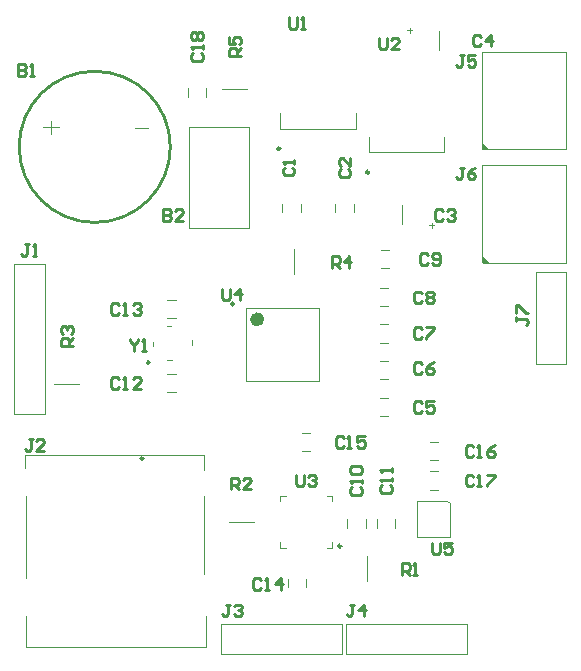
<source format=gto>
G04*
G04 #@! TF.GenerationSoftware,Altium Limited,Altium Designer,24.2.2 (26)*
G04*
G04 Layer_Color=65535*
%FSLAX44Y44*%
%MOMM*%
G71*
G04*
G04 #@! TF.SameCoordinates,98A400C0-08DE-4AD7-B425-4E8C3969B8A2*
G04*
G04*
G04 #@! TF.FilePolarity,Positive*
G04*
G01*
G75*
%ADD10C,0.2500*%
%ADD11C,0.6000*%
%ADD12C,0.2540*%
%ADD13C,0.1000*%
G36*
X784680Y899668D02*
X790407Y893940D01*
X785060D01*
X783725Y895275D01*
Y899070D01*
X784680Y899668D01*
D02*
G37*
G36*
Y995667D02*
X790407Y989940D01*
X785060D01*
X783725Y991275D01*
Y995070D01*
X784680Y995667D01*
D02*
G37*
D10*
X688200Y971000D02*
G03*
X688200Y971000I-1250J0D01*
G01*
X613200Y991000D02*
G03*
X613200Y991000I-1250J0D01*
G01*
X574000Y859500D02*
G03*
X574000Y859500I-1250J0D01*
G01*
X497250Y728750D02*
G03*
X497250Y728750I-1250J0D01*
G01*
X664750Y654500D02*
G03*
X664750Y654500I-1250J0D01*
G01*
D11*
X596500Y846500D02*
G03*
X596500Y846500I-3000J0D01*
G01*
D12*
X502345Y809941D02*
G03*
X502345Y809941I-1000J0D01*
G01*
X520008Y992500D02*
G03*
X520008Y992500I-64008J0D01*
G01*
X783334Y1085832D02*
X781668Y1087498D01*
X778335D01*
X776669Y1085832D01*
Y1079168D01*
X778335Y1077502D01*
X781668D01*
X783334Y1079168D01*
X791665Y1077502D02*
Y1087498D01*
X786666Y1082500D01*
X793331D01*
X696669Y1084998D02*
Y1076668D01*
X698335Y1075002D01*
X701668D01*
X703334Y1076668D01*
Y1084998D01*
X713331Y1075002D02*
X706666D01*
X713331Y1081666D01*
Y1083332D01*
X711665Y1084998D01*
X708332D01*
X706666Y1083332D01*
X620835Y1102498D02*
Y1094168D01*
X622502Y1092502D01*
X625834D01*
X627500Y1094168D01*
Y1102498D01*
X630832Y1092502D02*
X634165D01*
X632498D01*
Y1102498D01*
X630832Y1100832D01*
X564169Y872498D02*
Y864168D01*
X565835Y862502D01*
X569168D01*
X570834Y864168D01*
Y872498D01*
X579165Y862502D02*
Y872498D01*
X574166Y867500D01*
X580831D01*
X571669Y702502D02*
Y712498D01*
X576668D01*
X578334Y710832D01*
Y707500D01*
X576668Y705834D01*
X571669D01*
X575002D02*
X578334Y702502D01*
X588331D02*
X581666D01*
X588331Y709166D01*
Y710832D01*
X586665Y712498D01*
X583332D01*
X581666Y710832D01*
X400000Y909998D02*
X396668D01*
X398334D01*
Y901668D01*
X396668Y900002D01*
X395002D01*
X393335Y901668D01*
X403332Y900002D02*
X406665D01*
X404998D01*
Y909998D01*
X403332Y908332D01*
X403334Y744998D02*
X400002D01*
X401668D01*
Y736668D01*
X400002Y735002D01*
X398335D01*
X396669Y736668D01*
X413331Y735002D02*
X406666D01*
X413331Y741666D01*
Y743332D01*
X411665Y744998D01*
X408332D01*
X406666Y743332D01*
X768334Y1069998D02*
X765002D01*
X766668D01*
Y1061668D01*
X765002Y1060002D01*
X763335D01*
X761669Y1061668D01*
X778331Y1069998D02*
X771666D01*
Y1065000D01*
X774998Y1066666D01*
X776665D01*
X778331Y1065000D01*
Y1061668D01*
X776665Y1060002D01*
X773332D01*
X771666Y1061668D01*
X768334Y974998D02*
X765002D01*
X766668D01*
Y966668D01*
X765002Y965002D01*
X763335D01*
X761669Y966668D01*
X778331Y974998D02*
X774998Y973332D01*
X771666Y970000D01*
Y966668D01*
X773332Y965002D01*
X776665D01*
X778331Y966668D01*
Y968334D01*
X776665Y970000D01*
X771666D01*
X626669Y714998D02*
Y706668D01*
X628335Y705002D01*
X631668D01*
X633334Y706668D01*
Y714998D01*
X636666Y713332D02*
X638332Y714998D01*
X641665D01*
X643331Y713332D01*
Y711666D01*
X641665Y710000D01*
X639998D01*
X641665D01*
X643331Y708334D01*
Y706668D01*
X641665Y705002D01*
X638332D01*
X636666Y706668D01*
X476669Y858332D02*
X475002Y859998D01*
X471670D01*
X470004Y858332D01*
Y851668D01*
X471670Y850002D01*
X475002D01*
X476669Y851668D01*
X480001Y850002D02*
X483333D01*
X481667D01*
Y859998D01*
X480001Y858332D01*
X488331D02*
X489998Y859998D01*
X493330D01*
X494996Y858332D01*
Y856666D01*
X493330Y855000D01*
X491664D01*
X493330D01*
X494996Y853334D01*
Y851668D01*
X493330Y850002D01*
X489998D01*
X488331Y851668D01*
X476669Y795832D02*
X475002Y797498D01*
X471670D01*
X470004Y795832D01*
Y789168D01*
X471670Y787502D01*
X475002D01*
X476669Y789168D01*
X480001Y787502D02*
X483333D01*
X481667D01*
Y797498D01*
X480001Y795832D01*
X494996Y787502D02*
X488331D01*
X494996Y794166D01*
Y795832D01*
X493330Y797498D01*
X489998D01*
X488331Y795832D01*
X812502Y848334D02*
Y845002D01*
Y846668D01*
X820832D01*
X822498Y845002D01*
Y843335D01*
X820832Y841669D01*
X812502Y851666D02*
Y858331D01*
X814168D01*
X820832Y851666D01*
X822498D01*
X485835Y829998D02*
Y828332D01*
X489168Y825000D01*
X492500Y828332D01*
Y829998D01*
X489168Y825000D02*
Y820002D01*
X495832D02*
X499165D01*
X497498D01*
Y829998D01*
X495832Y828332D01*
X741669Y657498D02*
Y649168D01*
X743335Y647502D01*
X746668D01*
X748334Y649168D01*
Y657498D01*
X758331D02*
X751666D01*
Y652500D01*
X754998Y654166D01*
X756665D01*
X758331Y652500D01*
Y649168D01*
X756665Y647502D01*
X753332D01*
X751666Y649168D01*
X579998Y1069169D02*
X570002D01*
Y1074168D01*
X571668Y1075834D01*
X575000D01*
X576666Y1074168D01*
Y1069169D01*
Y1072502D02*
X579998Y1075834D01*
X570002Y1085831D02*
Y1079166D01*
X575000D01*
X573334Y1082498D01*
Y1084165D01*
X575000Y1085831D01*
X578332D01*
X579998Y1084165D01*
Y1080832D01*
X578332Y1079166D01*
X656669Y890002D02*
Y899998D01*
X661668D01*
X663334Y898332D01*
Y895000D01*
X661668Y893334D01*
X656669D01*
X660002D02*
X663334Y890002D01*
X671665D02*
Y899998D01*
X666666Y895000D01*
X673331D01*
X437498Y824169D02*
X427502D01*
Y829168D01*
X429168Y830834D01*
X432500D01*
X434166Y829168D01*
Y824169D01*
Y827502D02*
X437498Y830834D01*
X429168Y834166D02*
X427502Y835832D01*
Y839165D01*
X429168Y840831D01*
X430834D01*
X432500Y839165D01*
Y837498D01*
Y839165D01*
X434166Y840831D01*
X435832D01*
X437498Y839165D01*
Y835832D01*
X435832Y834166D01*
X715835Y630002D02*
Y639998D01*
X720834D01*
X722500Y638332D01*
Y635000D01*
X720834Y633334D01*
X715835D01*
X719168D02*
X722500Y630002D01*
X725832D02*
X729165D01*
X727498D01*
Y639998D01*
X725832Y638332D01*
X675834Y604998D02*
X672502D01*
X674168D01*
Y596668D01*
X672502Y595002D01*
X670835D01*
X669169Y596668D01*
X684165Y595002D02*
Y604998D01*
X679166Y600000D01*
X685831D01*
X570834Y604998D02*
X567502D01*
X569168D01*
Y596668D01*
X567502Y595002D01*
X565835D01*
X564169Y596668D01*
X574166Y603332D02*
X575832Y604998D01*
X579165D01*
X580831Y603332D01*
Y601666D01*
X579165Y600000D01*
X577498D01*
X579165D01*
X580831Y598334D01*
Y596668D01*
X579165Y595002D01*
X575832D01*
X574166Y596668D01*
X539168Y1071668D02*
X537502Y1070002D01*
Y1066670D01*
X539168Y1065004D01*
X545832D01*
X547498Y1066670D01*
Y1070002D01*
X545832Y1071668D01*
X547498Y1075001D02*
Y1078333D01*
Y1076667D01*
X537502D01*
X539168Y1075001D01*
Y1083332D02*
X537502Y1084998D01*
Y1088330D01*
X539168Y1089996D01*
X540834D01*
X542500Y1088330D01*
X544166Y1089996D01*
X545832D01*
X547498Y1088330D01*
Y1084998D01*
X545832Y1083332D01*
X544166D01*
X542500Y1084998D01*
X540834Y1083332D01*
X539168D01*
X542500Y1084998D02*
Y1088330D01*
X776669Y713332D02*
X775002Y714998D01*
X771670D01*
X770004Y713332D01*
Y706668D01*
X771670Y705002D01*
X775002D01*
X776669Y706668D01*
X780001Y705002D02*
X783333D01*
X781667D01*
Y714998D01*
X780001Y713332D01*
X788332Y714998D02*
X794996D01*
Y713332D01*
X788332Y706668D01*
Y705002D01*
X776669Y738332D02*
X775002Y739998D01*
X771670D01*
X770004Y738332D01*
Y731668D01*
X771670Y730002D01*
X775002D01*
X776669Y731668D01*
X780001Y730002D02*
X783333D01*
X781667D01*
Y739998D01*
X780001Y738332D01*
X794996Y739998D02*
X791664Y738332D01*
X788332Y735000D01*
Y731668D01*
X789998Y730002D01*
X793330D01*
X794996Y731668D01*
Y733334D01*
X793330Y735000D01*
X788332D01*
X666668Y745832D02*
X665002Y747498D01*
X661670D01*
X660004Y745832D01*
Y739168D01*
X661670Y737502D01*
X665002D01*
X666668Y739168D01*
X670001Y737502D02*
X673333D01*
X671667D01*
Y747498D01*
X670001Y745832D01*
X684996Y747498D02*
X678332D01*
Y742500D01*
X681664Y744166D01*
X683330D01*
X684996Y742500D01*
Y739168D01*
X683330Y737502D01*
X679998D01*
X678332Y739168D01*
X596669Y625832D02*
X595002Y627498D01*
X591670D01*
X590004Y625832D01*
Y619168D01*
X591670Y617502D01*
X595002D01*
X596669Y619168D01*
X600001Y617502D02*
X603333D01*
X601667D01*
Y627498D01*
X600001Y625832D01*
X613330Y617502D02*
Y627498D01*
X608331Y622500D01*
X614996D01*
X699168Y705835D02*
X697502Y704169D01*
Y700836D01*
X699168Y699170D01*
X705832D01*
X707498Y700836D01*
Y704169D01*
X705832Y705835D01*
X707498Y709167D02*
Y712499D01*
Y710833D01*
X697502D01*
X699168Y709167D01*
X707498Y717498D02*
Y720830D01*
Y719164D01*
X697502D01*
X699168Y717498D01*
X674168Y704168D02*
X672502Y702502D01*
Y699170D01*
X674168Y697504D01*
X680832D01*
X682498Y699170D01*
Y702502D01*
X680832Y704168D01*
X682498Y707501D02*
Y710833D01*
Y709167D01*
X672502D01*
X674168Y707501D01*
Y715832D02*
X672502Y717498D01*
Y720830D01*
X674168Y722496D01*
X680832D01*
X682498Y720830D01*
Y717498D01*
X680832Y715832D01*
X674168D01*
X738334Y900832D02*
X736668Y902498D01*
X733335D01*
X731669Y900832D01*
Y894168D01*
X733335Y892502D01*
X736668D01*
X738334Y894168D01*
X741666D02*
X743332Y892502D01*
X746665D01*
X748331Y894168D01*
Y900832D01*
X746665Y902498D01*
X743332D01*
X741666Y900832D01*
Y899166D01*
X743332Y897500D01*
X748331D01*
X733334Y868332D02*
X731668Y869998D01*
X728335D01*
X726669Y868332D01*
Y861668D01*
X728335Y860002D01*
X731668D01*
X733334Y861668D01*
X736666Y868332D02*
X738332Y869998D01*
X741665D01*
X743331Y868332D01*
Y866666D01*
X741665Y865000D01*
X743331Y863334D01*
Y861668D01*
X741665Y860002D01*
X738332D01*
X736666Y861668D01*
Y863334D01*
X738332Y865000D01*
X736666Y866666D01*
Y868332D01*
X738332Y865000D02*
X741665D01*
X733334Y838332D02*
X731668Y839998D01*
X728335D01*
X726669Y838332D01*
Y831668D01*
X728335Y830002D01*
X731668D01*
X733334Y831668D01*
X736666Y839998D02*
X743331D01*
Y838332D01*
X736666Y831668D01*
Y830002D01*
X733334Y808332D02*
X731668Y809998D01*
X728335D01*
X726669Y808332D01*
Y801668D01*
X728335Y800002D01*
X731668D01*
X733334Y801668D01*
X743331Y809998D02*
X739998Y808332D01*
X736666Y805000D01*
Y801668D01*
X738332Y800002D01*
X741665D01*
X743331Y801668D01*
Y803334D01*
X741665Y805000D01*
X736666D01*
X733334Y775832D02*
X731668Y777498D01*
X728335D01*
X726669Y775832D01*
Y769168D01*
X728335Y767502D01*
X731668D01*
X733334Y769168D01*
X743331Y777498D02*
X736666D01*
Y772500D01*
X739998Y774166D01*
X741665D01*
X743331Y772500D01*
Y769168D01*
X741665Y767502D01*
X738332D01*
X736666Y769168D01*
X750834Y938332D02*
X749168Y939998D01*
X745835D01*
X744169Y938332D01*
Y931668D01*
X745835Y930002D01*
X749168D01*
X750834Y931668D01*
X754166Y938332D02*
X755832Y939998D01*
X759165D01*
X760831Y938332D01*
Y936666D01*
X759165Y935000D01*
X757498D01*
X759165D01*
X760831Y933334D01*
Y931668D01*
X759165Y930002D01*
X755832D01*
X754166Y931668D01*
X664168Y973334D02*
X662502Y971668D01*
Y968335D01*
X664168Y966669D01*
X670832D01*
X672498Y968335D01*
Y971668D01*
X670832Y973334D01*
X672498Y983331D02*
Y976666D01*
X665834Y983331D01*
X664168D01*
X662502Y981665D01*
Y978332D01*
X664168Y976666D01*
X616668Y975000D02*
X615002Y973334D01*
Y970002D01*
X616668Y968335D01*
X623332D01*
X624998Y970002D01*
Y973334D01*
X623332Y975000D01*
X624998Y978332D02*
Y981665D01*
Y979998D01*
X615002D01*
X616668Y978332D01*
X514169Y939998D02*
Y930002D01*
X519168D01*
X520834Y931668D01*
Y933334D01*
X519168Y935000D01*
X514169D01*
X519168D01*
X520834Y936666D01*
Y938332D01*
X519168Y939998D01*
X514169D01*
X530831Y930002D02*
X524166D01*
X530831Y936666D01*
Y938332D01*
X529165Y939998D01*
X525832D01*
X524166Y938332D01*
X390835Y1062498D02*
Y1052502D01*
X395834D01*
X397500Y1054168D01*
Y1055834D01*
X395834Y1057500D01*
X390835D01*
X395834D01*
X397500Y1059166D01*
Y1060832D01*
X395834Y1062498D01*
X390835D01*
X400832Y1052502D02*
X404165D01*
X402498D01*
Y1062498D01*
X400832Y1060832D01*
D13*
X720425Y1091375D02*
X724675D01*
X747800Y1074500D02*
Y1090500D01*
X722550Y1089250D02*
Y1093500D01*
X688000Y988000D02*
Y1001000D01*
Y988000D02*
X752000D01*
Y1001000D01*
X613000Y1008000D02*
Y1021000D01*
Y1008000D02*
X677000D01*
Y1021000D01*
X584000Y794000D02*
X646000D01*
X584000Y856000D02*
X646000D01*
Y794000D02*
Y856000D01*
X584000Y794000D02*
Y856000D01*
X570000Y675000D02*
X591000D01*
X388000Y766050D02*
Y893550D01*
X413750D01*
Y766050D02*
Y893550D01*
X388000Y766050D02*
X413750D01*
X548910Y719248D02*
Y731247D01*
Y631248D02*
Y697248D01*
X396910Y731247D02*
X548910D01*
X396910Y720248D02*
Y731247D01*
X397910Y627248D02*
Y697248D01*
X397585Y568773D02*
X549910D01*
X397585D02*
Y595000D01*
X549910Y568773D02*
Y595000D01*
X784750Y990250D02*
X855250D01*
Y1073000D01*
X784250D02*
X855250D01*
X784250Y990750D02*
Y1073000D01*
X784750Y894250D02*
X855250D01*
Y977000D01*
X784250D02*
X855250D01*
X784250Y894750D02*
Y977000D01*
X631500Y734750D02*
X638500D01*
X631500Y750250D02*
X638500D01*
X652250Y697000D02*
X657000D01*
Y692250D02*
Y697000D01*
X613000D02*
X617750D01*
X613000Y692250D02*
Y697000D01*
Y653000D02*
Y657750D01*
Y653000D02*
X617750D01*
X652250D02*
X657000D01*
Y657750D01*
X756500Y662000D02*
Y691000D01*
X754500Y693000D02*
X756500Y691000D01*
X728500Y693000D02*
X754500D01*
X728500Y685250D02*
Y693000D01*
Y662000D02*
Y669750D01*
Y685250D01*
Y662000D02*
X756500D01*
X625000Y885000D02*
Y906000D01*
X535750Y1009000D02*
X587000D01*
Y924000D02*
Y1009000D01*
X535500Y924000D02*
X587000D01*
X535500D02*
Y1008750D01*
X855000Y808450D02*
X855250Y808700D01*
X829500Y808450D02*
X855000D01*
X829500D02*
Y886200D01*
X855250D01*
Y808700D02*
Y886200D01*
X421500Y791500D02*
X442500D01*
X517478Y811719D02*
X521478D01*
X505015Y824003D02*
Y827543D01*
X517223Y840929D02*
X520763D01*
X538309Y824587D02*
Y828587D01*
X740000Y717750D02*
X747000D01*
X740000Y702250D02*
X747000D01*
X740000Y742750D02*
X747000D01*
X740000Y727250D02*
X747000D01*
X564000Y1041500D02*
X585000D01*
X534750Y1035000D02*
Y1042000D01*
X550250Y1035000D02*
Y1042000D01*
X770950Y562750D02*
Y588750D01*
X668450D02*
X770950D01*
X668450Y562750D02*
Y588750D01*
Y562750D02*
X770950D01*
X665150D02*
Y588750D01*
X562650D02*
X665150D01*
X562650Y562750D02*
Y588750D01*
Y562750D02*
X665150D01*
X635250Y620000D02*
Y627000D01*
X619750Y620000D02*
Y627000D01*
X694750Y670000D02*
Y677000D01*
X710250Y670000D02*
Y677000D01*
X669750Y670000D02*
Y677000D01*
X685250Y670000D02*
Y677000D01*
X686500Y625000D02*
Y646000D01*
X517500Y862750D02*
X524500D01*
X517500Y847250D02*
X524500D01*
X517500Y800250D02*
X524500D01*
X517500Y784750D02*
X524500D01*
X697500Y764750D02*
X704500D01*
X697500Y780250D02*
X704500D01*
X697500Y795750D02*
X704500D01*
X697500Y811250D02*
X704500D01*
X697500Y826750D02*
X704500D01*
X697500Y842250D02*
X704500D01*
X697500Y857750D02*
X704500D01*
X697500Y873250D02*
X704500D01*
X698000Y889750D02*
X705000D01*
X698000Y905250D02*
X705000D01*
X741250Y924000D02*
Y928250D01*
X716000Y927000D02*
Y943000D01*
X739125Y926125D02*
X743375D01*
X659750Y937500D02*
Y944500D01*
X675250Y937500D02*
Y944500D01*
X614750Y937500D02*
Y944500D01*
X630250Y937500D02*
Y944500D01*
X490000Y1008500D02*
X501000D01*
X419000Y1003500D02*
Y1014500D01*
X412000Y1009500D02*
X426000D01*
M02*

</source>
